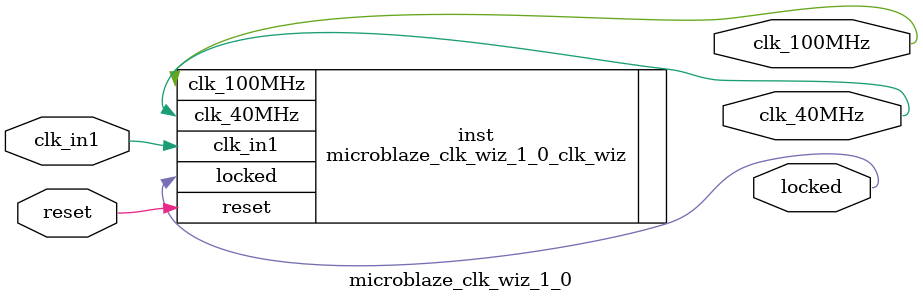
<source format=v>


`timescale 1ps/1ps

(* CORE_GENERATION_INFO = "microblaze_clk_wiz_1_0,clk_wiz_v6_0_1_0_0,{component_name=microblaze_clk_wiz_1_0,use_phase_alignment=true,use_min_o_jitter=false,use_max_i_jitter=false,use_dyn_phase_shift=false,use_inclk_switchover=false,use_dyn_reconfig=false,enable_axi=0,feedback_source=FDBK_AUTO,PRIMITIVE=MMCM,num_out_clk=2,clkin1_period=10.000,clkin2_period=10.000,use_power_down=false,use_reset=true,use_locked=true,use_inclk_stopped=false,feedback_type=SINGLE,CLOCK_MGR_TYPE=NA,manual_override=false}" *)

module microblaze_clk_wiz_1_0 
 (
  // Clock out ports
  output        clk_100MHz,
  output        clk_40MHz,
  // Status and control signals
  input         reset,
  output        locked,
 // Clock in ports
  input         clk_in1
 );

  microblaze_clk_wiz_1_0_clk_wiz inst
  (
  // Clock out ports  
  .clk_100MHz(clk_100MHz),
  .clk_40MHz(clk_40MHz),
  // Status and control signals               
  .reset(reset), 
  .locked(locked),
 // Clock in ports
  .clk_in1(clk_in1)
  );

endmodule

</source>
